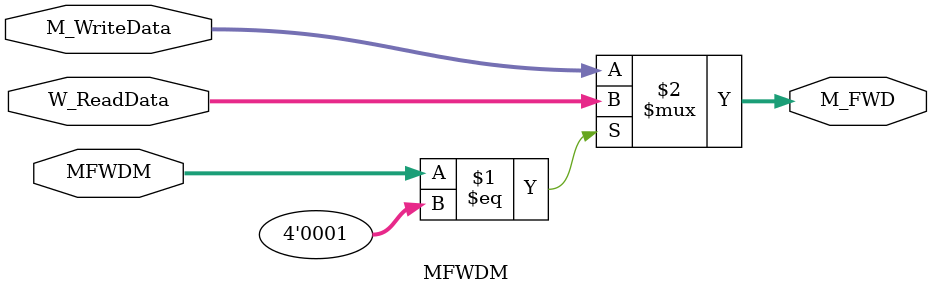
<source format=v>
`timescale 1ns / 1ps
module MPC (
    input MPC,
    input [31:0] NPC,
    input [31:0] PC4,

    output [31:0] NextPC
);

    assign NextPC = (MPC == 1'b1) ? (NPC) : (PC4);
    
endmodule

module MRFWA (
    input [4:0] D_Instr20_16,
    input [4:0] D_Instr15_11,
    input [1:0] D_MRFWA,

    output [4:0] A3
);
    wire [4:0] rt,rd;
    assign rt = D_Instr20_16;
    assign rd = D_Instr15_11;


    assign A3 = (D_MRFWA == 2'b10) ? (5'd31) : 
                (D_MRFWA == 2'b01) ? (rd)    : (rt);
    
endmodule

module MALUB (
    input [31:0] E_FALUB,
    input [31:0] E_EXTImm,
    input E_MALUB,

    output [31:0] ALUB
);
    
    assign ALUB = (E_MALUB == 1'b1) ? (E_EXTImm) : (E_FALUB);
    
endmodule

module MRFWD (
    input [31:0] W_ALUResult,
    input [31:0] W_ReadData,
    input [31:0] W_PC,
    input [31:0] W_HI,
    input [31:0] W_LO,
    input [2:0] W_MRFWD,
    
    output [31:0] RFWD
);

    assign RFWD = (W_MRFWD == 3'b100) ? (W_LO) :
                  (W_MRFWD == 3'b011) ? (W_HI) :
                  (W_MRFWD == 3'b010) ? (W_PC + 32'd8) :
                  (W_MRFWD == 3'b001) ? (W_ReadData)   : (W_ALUResult);
    
endmodule


//Forward MUX//
module MFRD1D (
    input [31:0] D_RD1,
    input [31:0] W_LO,
    input [31:0] W_HI,
    input [31:0] W_ALUResult,
    input [31:0] W_ReadData,
    input [31:0] W_PC,
    input [31:0] M_LO,
    input [31:0] M_HI,
    input [31:0] M_ALUResult,
    input [31:0] M_PC,
    input [31:0] E_PC,
    input [3:0] MFRD1D,

    output [31:0] D_FRD1
);

    assign D_FRD1 = (MFRD1D == 4'b1010) ? (E_PC + 32'd8) :
                    (MFRD1D == 4'b1001) ? (M_PC + 32'd8) :
                    (MFRD1D == 4'b1000) ? (M_ALUResult)  :
                    (MFRD1D == 4'b0111) ? (M_HI)         :
                    (MFRD1D == 4'b0110) ? (M_LO)         :
                    (MFRD1D == 4'b0101) ? (W_PC + 32'd8) :
                    (MFRD1D == 4'b0100) ? (W_ReadData)   :
                    (MFRD1D == 4'b0011) ? (W_ALUResult)  :  
                    (MFRD1D == 4'b0010) ? (W_HI)         :
                    (MFRD1D == 4'b0001) ? (W_LO)         : (D_RD1);
    
endmodule

module MFRD2D (
    input [31:0] D_RD2,
    input [31:0] W_LO,
    input [31:0] W_HI,
    input [31:0] W_ALUResult,
    input [31:0] W_ReadData,
    input [31:0] W_PC,
    input [31:0] M_LO,
    input [31:0] M_HI,
    input [31:0] M_ALUResult,
    input [31:0] M_PC,
    input [31:0] E_PC,
    input [3:0] MFRD2D,

    output [31:0] D_FRD2
);
    
    assign D_FRD2 = (MFRD2D == 4'b1010) ? (E_PC + 32'd8) :
                    (MFRD2D == 4'b1001) ? (M_PC + 32'd8) :
                    (MFRD2D == 4'b1000) ? (M_ALUResult)  :
                    (MFRD2D == 4'b0111) ? (M_HI)         :
                    (MFRD2D == 4'b0110) ? (M_LO)         :
                    (MFRD2D == 4'b0101) ? (W_PC + 32'd8) :
                    (MFRD2D == 4'b0100) ? (W_ReadData)   :
                    (MFRD2D == 4'b0011) ? (W_ALUResult)  :  
                    (MFRD2D == 4'b0010) ? (W_HI)         :
                    (MFRD2D == 4'b0001) ? (W_LO)         : (D_RD2);
endmodule

module MFALUAE (
    input [31:0] E_RD1,
    input [31:0] W_ReadData,
    input [31:0] M_LO,
    input [31:0] M_HI,
    input [31:0] M_ALUResult,
    input [31:0] M_PC,
    input [3:0] MFALUAE,

    output [31:0] E_FALUA
);

    assign E_FALUA = (MFALUAE == 4'b0101) ? (M_PC + 32'd8) :
                     (MFALUAE == 4'b0100) ? (M_ALUResult)  :
                     (MFALUAE == 4'b0011) ? (M_HI)         :
                     (MFALUAE == 4'b0010) ? (M_LO)         :
                     (MFALUAE == 4'b0001) ? (W_ReadData)   : (E_RD1);
    
endmodule

module MFALUBE (
    input [31:0] E_RD2,
    input [31:0] W_ReadData,
    input [31:0] M_LO,
    input [31:0] M_HI,
    input [31:0] M_ALUResult,
    input [31:0] M_PC,
    input [3:0] MFALUBE,

    output [31:0] E_FALUB
);

    assign E_FALUB = (MFALUBE == 4'b0101) ? (M_PC + 32'd8) :
                     (MFALUBE == 4'b0100) ? (M_ALUResult)  :
                     (MFALUBE == 4'b0011) ? (M_HI)         :
                     (MFALUBE == 4'b0010) ? (M_LO)         :
                     (MFALUBE == 4'b0001) ? (W_ReadData)   : (E_RD2);

endmodule

module MFWDM (
    input [31:0] M_WriteData,
    input [31:0] W_ReadData,
    input [3:0] MFWDM,

    output [31:0] M_FWD
);

    assign M_FWD = (MFWDM == 4'b0001) ? (W_ReadData) : (M_WriteData);
    
endmodule
</source>
